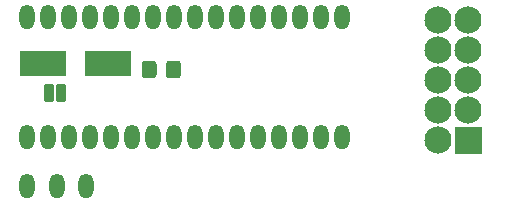
<source format=gbr>
%TF.GenerationSoftware,KiCad,Pcbnew,(5.1.7)-1*%
%TF.CreationDate,2020-11-17T20:53:12-06:00*%
%TF.ProjectId,ST72F264 Programming Interface,53543732-4632-4363-9420-50726f677261,rev?*%
%TF.SameCoordinates,Original*%
%TF.FileFunction,Soldermask,Bot*%
%TF.FilePolarity,Negative*%
%FSLAX46Y46*%
G04 Gerber Fmt 4.6, Leading zero omitted, Abs format (unit mm)*
G04 Created by KiCad (PCBNEW (5.1.7)-1) date 2020-11-17 20:53:12*
%MOMM*%
%LPD*%
G01*
G04 APERTURE LIST*
%ADD10C,2.301600*%
%ADD11O,1.301600X2.101600*%
G04 APERTURE END LIST*
D10*
%TO.C,J1*%
X166040000Y-97340000D03*
X163500000Y-97340000D03*
X166040000Y-99880000D03*
X163500000Y-99880000D03*
X166040000Y-102420000D03*
X163500000Y-102420000D03*
X166040000Y-104960000D03*
X163500000Y-104960000D03*
G36*
G01*
X167140000Y-108650800D02*
X164940000Y-108650800D01*
G75*
G02*
X164889200Y-108600000I0J50800D01*
G01*
X164889200Y-106400000D01*
G75*
G02*
X164940000Y-106349200I50800J0D01*
G01*
X167140000Y-106349200D01*
G75*
G02*
X167190800Y-106400000I0J-50800D01*
G01*
X167190800Y-108600000D01*
G75*
G02*
X167140000Y-108650800I-50800J0D01*
G01*
G37*
X163500000Y-107500000D03*
%TD*%
D11*
%TO.C,Y1*%
X133660001Y-111340001D03*
X131160001Y-111340001D03*
X128660001Y-111340001D03*
%TD*%
%TO.C,U1*%
X155360001Y-107220001D03*
X155360001Y-97060001D03*
X153580001Y-107220001D03*
X153580001Y-97060001D03*
X151800001Y-107220001D03*
X151800001Y-97060001D03*
X150020001Y-107220001D03*
X150020001Y-97060001D03*
X148240001Y-107220001D03*
X148240001Y-97060001D03*
X146460001Y-107220001D03*
X146460001Y-97060001D03*
X144680001Y-107220001D03*
X144680001Y-97060001D03*
X142900001Y-107220001D03*
X142900001Y-97060001D03*
X141120001Y-107220001D03*
X141120001Y-97060001D03*
X139340001Y-107220001D03*
X139340001Y-97060001D03*
X137560001Y-107220001D03*
X137560001Y-97060001D03*
X135780001Y-107220001D03*
X135780001Y-97060001D03*
X134000001Y-107220001D03*
X134000001Y-97060001D03*
X132220001Y-107220001D03*
X132220001Y-97060001D03*
X130440001Y-107220001D03*
X130440001Y-97060001D03*
X128660001Y-107220001D03*
X128660001Y-97060001D03*
%TD*%
%TO.C,TP2*%
G36*
G01*
X133549200Y-102000000D02*
X133549200Y-100000000D01*
G75*
G02*
X133600000Y-99949200I50800J0D01*
G01*
X137400000Y-99949200D01*
G75*
G02*
X137450800Y-100000000I0J-50800D01*
G01*
X137450800Y-102000000D01*
G75*
G02*
X137400000Y-102050800I-50800J0D01*
G01*
X133600000Y-102050800D01*
G75*
G02*
X133549200Y-102000000I0J50800D01*
G01*
G37*
%TD*%
%TO.C,TP1*%
G36*
G01*
X128049200Y-102000000D02*
X128049200Y-100000000D01*
G75*
G02*
X128100000Y-99949200I50800J0D01*
G01*
X131900000Y-99949200D01*
G75*
G02*
X131950800Y-100000000I0J-50800D01*
G01*
X131950800Y-102000000D01*
G75*
G02*
X131900000Y-102050800I-50800J0D01*
G01*
X128100000Y-102050800D01*
G75*
G02*
X128049200Y-102000000I0J50800D01*
G01*
G37*
%TD*%
%TO.C,R1*%
G36*
G01*
X139625800Y-101021285D02*
X139625800Y-101978715D01*
G75*
G02*
X139353715Y-102250800I-272085J0D01*
G01*
X138646285Y-102250800D01*
G75*
G02*
X138374200Y-101978715I0J272085D01*
G01*
X138374200Y-101021285D01*
G75*
G02*
X138646285Y-100749200I272085J0D01*
G01*
X139353715Y-100749200D01*
G75*
G02*
X139625800Y-101021285I0J-272085D01*
G01*
G37*
G36*
G01*
X141675800Y-101021285D02*
X141675800Y-101978715D01*
G75*
G02*
X141403715Y-102250800I-272085J0D01*
G01*
X140696285Y-102250800D01*
G75*
G02*
X140424200Y-101978715I0J272085D01*
G01*
X140424200Y-101021285D01*
G75*
G02*
X140696285Y-100749200I272085J0D01*
G01*
X141403715Y-100749200D01*
G75*
G02*
X141675800Y-101021285I0J-272085D01*
G01*
G37*
%TD*%
%TO.C,JP1*%
G36*
G01*
X130919100Y-102865000D02*
X130919100Y-104135000D01*
G75*
G02*
X130817500Y-104236600I-101600J0D01*
G01*
X130182500Y-104236600D01*
G75*
G02*
X130080900Y-104135000I0J101600D01*
G01*
X130080900Y-102865000D01*
G75*
G02*
X130182500Y-102763400I101600J0D01*
G01*
X130817500Y-102763400D01*
G75*
G02*
X130919100Y-102865000I0J-101600D01*
G01*
G37*
G36*
G01*
X131935100Y-102865000D02*
X131935100Y-104135000D01*
G75*
G02*
X131833500Y-104236600I-101600J0D01*
G01*
X131198500Y-104236600D01*
G75*
G02*
X131096900Y-104135000I0J101600D01*
G01*
X131096900Y-102865000D01*
G75*
G02*
X131198500Y-102763400I101600J0D01*
G01*
X131833500Y-102763400D01*
G75*
G02*
X131935100Y-102865000I0J-101600D01*
G01*
G37*
%TD*%
M02*

</source>
